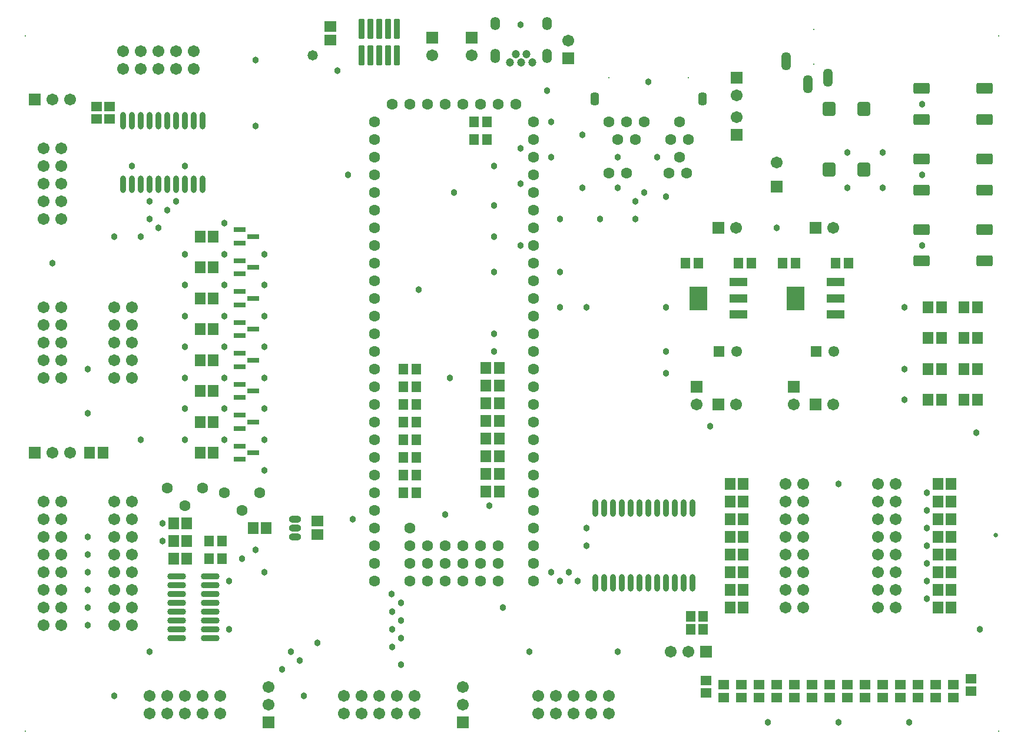
<source format=gts>
%FSLAX43Y43*%
%MOMM*%
G71*
G01*
G75*
G04 Layer_Color=8388736*
%ADD10O,0.600X2.300*%
%ADD11O,2.500X0.700*%
%ADD12R,1.400X1.200*%
%ADD13R,1.300X1.500*%
%ADD14R,1.500X0.600*%
%ADD15R,1.200X1.400*%
%ADD16R,1.400X1.500*%
%ADD17R,1.500X1.300*%
G04:AMPARAMS|DCode=18|XSize=2.1mm|YSize=1.4mm|CornerRadius=0.14mm|HoleSize=0mm|Usage=FLASHONLY|Rotation=0.000|XOffset=0mm|YOffset=0mm|HoleType=Round|Shape=RoundedRectangle|*
%AMROUNDEDRECTD18*
21,1,2.100,1.120,0,0,0.0*
21,1,1.820,1.400,0,0,0.0*
1,1,0.280,0.910,-0.560*
1,1,0.280,-0.910,-0.560*
1,1,0.280,-0.910,0.560*
1,1,0.280,0.910,0.560*
%
%ADD18ROUNDEDRECTD18*%
%ADD19R,2.400X3.300*%
%ADD20R,2.400X1.000*%
G04:AMPARAMS|DCode=21|XSize=2.7mm|YSize=0.7mm|CornerRadius=0.14mm|HoleSize=0mm|Usage=FLASHONLY|Rotation=270.000|XOffset=0mm|YOffset=0mm|HoleType=Round|Shape=RoundedRectangle|*
%AMROUNDEDRECTD21*
21,1,2.700,0.420,0,0,270.0*
21,1,2.420,0.700,0,0,270.0*
1,1,0.280,-0.210,-1.210*
1,1,0.280,-0.210,1.210*
1,1,0.280,0.210,1.210*
1,1,0.280,0.210,-1.210*
%
%ADD21ROUNDEDRECTD21*%
G04:AMPARAMS|DCode=22|XSize=1.8mm|YSize=1.6mm|CornerRadius=0.16mm|HoleSize=0mm|Usage=FLASHONLY|Rotation=90.000|XOffset=0mm|YOffset=0mm|HoleType=Round|Shape=RoundedRectangle|*
%AMROUNDEDRECTD22*
21,1,1.800,1.280,0,0,90.0*
21,1,1.480,1.600,0,0,90.0*
1,1,0.320,0.640,0.740*
1,1,0.320,0.640,-0.740*
1,1,0.320,-0.640,-0.740*
1,1,0.320,-0.640,0.740*
%
%ADD22ROUNDEDRECTD22*%
%ADD23C,0.305*%
%ADD24C,1.270*%
%ADD25C,0.635*%
%ADD26C,0.508*%
%ADD27O,1.600X0.800*%
%ADD28C,1.000*%
G04:AMPARAMS|DCode=29|XSize=1.8mm|YSize=1.2mm|CornerRadius=0.48mm|HoleSize=0mm|Usage=FLASHONLY|Rotation=270.000|XOffset=0mm|YOffset=0mm|HoleType=Round|Shape=RoundedRectangle|*
%AMROUNDEDRECTD29*
21,1,1.800,0.240,0,0,270.0*
21,1,0.840,1.200,0,0,270.0*
1,1,0.960,-0.120,-0.420*
1,1,0.960,-0.120,0.420*
1,1,0.960,0.120,0.420*
1,1,0.960,0.120,-0.420*
%
%ADD29ROUNDEDRECTD29*%
G04:AMPARAMS|DCode=30|XSize=1.6mm|YSize=1.2mm|CornerRadius=0.48mm|HoleSize=0mm|Usage=FLASHONLY|Rotation=270.000|XOffset=0mm|YOffset=0mm|HoleType=Round|Shape=RoundedRectangle|*
%AMROUNDEDRECTD30*
21,1,1.600,0.240,0,0,270.0*
21,1,0.640,1.200,0,0,270.0*
1,1,0.960,-0.120,-0.320*
1,1,0.960,-0.120,0.320*
1,1,0.960,0.120,0.320*
1,1,0.960,0.120,-0.320*
%
%ADD30ROUNDEDRECTD30*%
%ADD31R,1.500X1.500*%
%ADD32C,1.500*%
%ADD33R,1.500X1.500*%
%ADD34C,1.400*%
%ADD35C,1.350*%
%ADD36R,1.350X1.350*%
G04:AMPARAMS|DCode=37|XSize=1.6mm|YSize=1mm|CornerRadius=0.25mm|HoleSize=0mm|Usage=FLASHONLY|Rotation=270.000|XOffset=0mm|YOffset=0mm|HoleType=Round|Shape=RoundedRectangle|*
%AMROUNDEDRECTD37*
21,1,1.600,0.500,0,0,270.0*
21,1,1.100,1.000,0,0,270.0*
1,1,0.500,-0.250,-0.550*
1,1,0.500,-0.250,0.550*
1,1,0.500,0.250,0.550*
1,1,0.500,0.250,-0.550*
%
%ADD37ROUNDEDRECTD37*%
%ADD38C,1.500*%
%ADD39R,1.500X1.500*%
G04:AMPARAMS|DCode=40|XSize=2.4mm|YSize=1.2mm|CornerRadius=0.54mm|HoleSize=0mm|Usage=FLASHONLY|Rotation=270.000|XOffset=0mm|YOffset=0mm|HoleType=Round|Shape=RoundedRectangle|*
%AMROUNDEDRECTD40*
21,1,2.400,0.120,0,0,270.0*
21,1,1.320,1.200,0,0,270.0*
1,1,1.080,-0.060,-0.660*
1,1,1.080,-0.060,0.660*
1,1,1.080,0.060,0.660*
1,1,1.080,0.060,-0.660*
%
%ADD40ROUNDEDRECTD40*%
%ADD41C,0.762*%
%ADD42C,0.457*%
%ADD43C,1.270*%
%ADD44C,0.200*%
%ADD45C,0.250*%
%ADD46C,0.600*%
%ADD47C,0.100*%
%ADD48C,0.102*%
%ADD49C,0.203*%
%ADD50O,0.803X2.503*%
%ADD51O,2.703X0.903*%
%ADD52R,1.603X1.403*%
%ADD53R,1.503X1.703*%
%ADD54R,1.703X0.803*%
%ADD55R,1.403X1.603*%
%ADD56R,1.603X1.703*%
%ADD57R,1.703X1.503*%
G04:AMPARAMS|DCode=58|XSize=2.303mm|YSize=1.603mm|CornerRadius=0.242mm|HoleSize=0mm|Usage=FLASHONLY|Rotation=0.000|XOffset=0mm|YOffset=0mm|HoleType=Round|Shape=RoundedRectangle|*
%AMROUNDEDRECTD58*
21,1,2.303,1.120,0,0,0.0*
21,1,1.820,1.603,0,0,0.0*
1,1,0.483,0.910,-0.560*
1,1,0.483,-0.910,-0.560*
1,1,0.483,-0.910,0.560*
1,1,0.483,0.910,0.560*
%
%ADD58ROUNDEDRECTD58*%
%ADD59R,2.603X3.503*%
%ADD60R,2.603X1.203*%
G04:AMPARAMS|DCode=61|XSize=2.903mm|YSize=0.903mm|CornerRadius=0.242mm|HoleSize=0mm|Usage=FLASHONLY|Rotation=270.000|XOffset=0mm|YOffset=0mm|HoleType=Round|Shape=RoundedRectangle|*
%AMROUNDEDRECTD61*
21,1,2.903,0.420,0,0,270.0*
21,1,2.420,0.903,0,0,270.0*
1,1,0.483,-0.210,-1.210*
1,1,0.483,-0.210,1.210*
1,1,0.483,0.210,1.210*
1,1,0.483,0.210,-1.210*
%
%ADD61ROUNDEDRECTD61*%
G04:AMPARAMS|DCode=62|XSize=2.003mm|YSize=1.803mm|CornerRadius=0.262mm|HoleSize=0mm|Usage=FLASHONLY|Rotation=90.000|XOffset=0mm|YOffset=0mm|HoleType=Round|Shape=RoundedRectangle|*
%AMROUNDEDRECTD62*
21,1,2.003,1.280,0,0,90.0*
21,1,1.480,1.803,0,0,90.0*
1,1,0.523,0.640,0.740*
1,1,0.523,0.640,-0.740*
1,1,0.523,-0.640,-0.740*
1,1,0.523,-0.640,0.740*
%
%ADD62ROUNDEDRECTD62*%
%ADD63O,1.803X1.003*%
%ADD64C,1.203*%
G04:AMPARAMS|DCode=65|XSize=2.003mm|YSize=1.403mm|CornerRadius=0.582mm|HoleSize=0mm|Usage=FLASHONLY|Rotation=270.000|XOffset=0mm|YOffset=0mm|HoleType=Round|Shape=RoundedRectangle|*
%AMROUNDEDRECTD65*
21,1,2.003,0.240,0,0,270.0*
21,1,0.840,1.403,0,0,270.0*
1,1,1.163,-0.120,-0.420*
1,1,1.163,-0.120,0.420*
1,1,1.163,0.120,0.420*
1,1,1.163,0.120,-0.420*
%
%ADD65ROUNDEDRECTD65*%
G04:AMPARAMS|DCode=66|XSize=1.803mm|YSize=1.403mm|CornerRadius=0.582mm|HoleSize=0mm|Usage=FLASHONLY|Rotation=270.000|XOffset=0mm|YOffset=0mm|HoleType=Round|Shape=RoundedRectangle|*
%AMROUNDEDRECTD66*
21,1,1.803,0.240,0,0,270.0*
21,1,0.640,1.403,0,0,270.0*
1,1,1.163,-0.120,-0.320*
1,1,1.163,-0.120,0.320*
1,1,1.163,0.120,0.320*
1,1,1.163,0.120,-0.320*
%
%ADD66ROUNDEDRECTD66*%
%ADD67C,0.203*%
%ADD68R,1.703X1.703*%
%ADD69C,1.703*%
%ADD70R,1.703X1.703*%
%ADD71C,1.603*%
%ADD72C,1.553*%
%ADD73R,1.553X1.553*%
G04:AMPARAMS|DCode=74|XSize=1.803mm|YSize=1.203mm|CornerRadius=0.352mm|HoleSize=0mm|Usage=FLASHONLY|Rotation=270.000|XOffset=0mm|YOffset=0mm|HoleType=Round|Shape=RoundedRectangle|*
%AMROUNDEDRECTD74*
21,1,1.803,0.500,0,0,270.0*
21,1,1.100,1.203,0,0,270.0*
1,1,0.703,-0.250,-0.550*
1,1,0.703,-0.250,0.550*
1,1,0.703,0.250,0.550*
1,1,0.703,0.250,-0.550*
%
%ADD74ROUNDEDRECTD74*%
G04:AMPARAMS|DCode=75|XSize=0.203mm|YSize=0.203mm|CornerRadius=0mm|HoleSize=0mm|Usage=FLASHONLY|Rotation=90.000|XOffset=0mm|YOffset=0mm|HoleType=Round|Shape=RoundedRectangle|*
%AMROUNDEDRECTD75*
21,1,0.203,0.203,0,0,90.0*
21,1,0.203,0.203,0,0,90.0*
1,1,0.000,0.102,0.102*
1,1,0.000,0.102,-0.102*
1,1,0.000,-0.102,-0.102*
1,1,0.000,-0.102,0.102*
%
%ADD75ROUNDEDRECTD75*%
%ADD76C,1.703*%
%ADD77R,1.703X1.703*%
G04:AMPARAMS|DCode=78|XSize=2.603mm|YSize=1.403mm|CornerRadius=0.642mm|HoleSize=0mm|Usage=FLASHONLY|Rotation=270.000|XOffset=0mm|YOffset=0mm|HoleType=Round|Shape=RoundedRectangle|*
%AMROUNDEDRECTD78*
21,1,2.603,0.120,0,0,270.0*
21,1,1.320,1.403,0,0,270.0*
1,1,1.283,-0.060,-0.660*
1,1,1.283,-0.060,0.660*
1,1,1.283,0.060,0.660*
1,1,1.283,0.060,-0.660*
%
%ADD78ROUNDEDRECTD78*%
%ADD79C,0.965*%
%ADD80C,0.660*%
%ADD81C,1.473*%
D50*
X100980Y37100D02*
D03*
X99710D02*
D03*
X98440D02*
D03*
X97170D02*
D03*
X95900D02*
D03*
X94630D02*
D03*
X93360D02*
D03*
X92090D02*
D03*
X90820D02*
D03*
X89550D02*
D03*
X88280D02*
D03*
X87010D02*
D03*
X100980Y26400D02*
D03*
X99710D02*
D03*
X98440D02*
D03*
X97170D02*
D03*
X95900D02*
D03*
X94630D02*
D03*
X93360D02*
D03*
X92090D02*
D03*
X90820D02*
D03*
X89550D02*
D03*
X88280D02*
D03*
X87010D02*
D03*
X30480Y92815D02*
D03*
X29210D02*
D03*
X27940D02*
D03*
X26670D02*
D03*
X25400D02*
D03*
X24130D02*
D03*
X22860D02*
D03*
X21590D02*
D03*
X20320D02*
D03*
X19050D02*
D03*
X30480Y83715D02*
D03*
X29210D02*
D03*
X27940D02*
D03*
X26670D02*
D03*
X25400D02*
D03*
X24130D02*
D03*
X22860D02*
D03*
X21590D02*
D03*
X20320D02*
D03*
X19050D02*
D03*
D51*
X26760Y27305D02*
D03*
Y26035D02*
D03*
Y24765D02*
D03*
Y23495D02*
D03*
Y22225D02*
D03*
Y20955D02*
D03*
Y19685D02*
D03*
Y18415D02*
D03*
X31660Y27305D02*
D03*
Y26035D02*
D03*
Y24765D02*
D03*
Y23495D02*
D03*
Y22225D02*
D03*
Y20955D02*
D03*
Y19685D02*
D03*
Y18415D02*
D03*
D52*
X17145Y94880D02*
D03*
Y93080D02*
D03*
X15240Y94880D02*
D03*
Y93080D02*
D03*
X102870Y12330D02*
D03*
Y10530D02*
D03*
X105410Y11695D02*
D03*
Y9895D02*
D03*
X107965Y11695D02*
D03*
Y9895D02*
D03*
X110505Y11695D02*
D03*
Y9895D02*
D03*
X113045Y11695D02*
D03*
Y9895D02*
D03*
X115585Y11695D02*
D03*
Y9895D02*
D03*
X118125Y11695D02*
D03*
Y9895D02*
D03*
X120665Y11695D02*
D03*
Y9895D02*
D03*
X140985Y12595D02*
D03*
Y10795D02*
D03*
X138445Y11695D02*
D03*
Y9895D02*
D03*
X135905Y11695D02*
D03*
Y9895D02*
D03*
X133365Y11695D02*
D03*
Y9895D02*
D03*
X130825Y11695D02*
D03*
Y9895D02*
D03*
X128285Y11695D02*
D03*
Y9895D02*
D03*
X125745Y11695D02*
D03*
Y9895D02*
D03*
X123205Y11695D02*
D03*
Y9895D02*
D03*
D53*
X32065Y49530D02*
D03*
X30165D02*
D03*
X32065Y53975D02*
D03*
X30165D02*
D03*
X32065Y58420D02*
D03*
X30165D02*
D03*
X32065Y62865D02*
D03*
X30165D02*
D03*
X32065Y67310D02*
D03*
X30165D02*
D03*
X32065Y71755D02*
D03*
X30165D02*
D03*
X32065Y76200D02*
D03*
X30165D02*
D03*
X108280Y22860D02*
D03*
X106380D02*
D03*
X108280Y25400D02*
D03*
X106380D02*
D03*
X108280Y27940D02*
D03*
X106380D02*
D03*
X108280Y30480D02*
D03*
X106380D02*
D03*
X108280Y33020D02*
D03*
X106380D02*
D03*
X108280Y35560D02*
D03*
X106380D02*
D03*
X108280Y38100D02*
D03*
X106380D02*
D03*
X108280Y40640D02*
D03*
X106380D02*
D03*
X136225Y22860D02*
D03*
X138125D02*
D03*
X136225Y25400D02*
D03*
X138125D02*
D03*
X136225Y27940D02*
D03*
X138125D02*
D03*
X136225Y30480D02*
D03*
X138125D02*
D03*
X136225Y33020D02*
D03*
X138125D02*
D03*
X136225Y35560D02*
D03*
X138125D02*
D03*
X136225Y38100D02*
D03*
X138125D02*
D03*
X136225Y40640D02*
D03*
X138125D02*
D03*
X73165Y57245D02*
D03*
X71265D02*
D03*
X73165Y54705D02*
D03*
X71265D02*
D03*
X73165Y52165D02*
D03*
X71265D02*
D03*
X73165Y49625D02*
D03*
X71265D02*
D03*
X73165Y47085D02*
D03*
X71265D02*
D03*
X73165Y42005D02*
D03*
X71265D02*
D03*
X73165Y44545D02*
D03*
X71265D02*
D03*
X73165Y39465D02*
D03*
X71265D02*
D03*
X134860Y57150D02*
D03*
X136760D02*
D03*
X134860Y52705D02*
D03*
X136760D02*
D03*
X134860Y66040D02*
D03*
X136760D02*
D03*
X39685Y34290D02*
D03*
X37785D02*
D03*
X134860Y61595D02*
D03*
X136760D02*
D03*
X26355Y29845D02*
D03*
X28255D02*
D03*
X16190Y45085D02*
D03*
X14290D02*
D03*
X26355Y32385D02*
D03*
X28255D02*
D03*
X26355Y34925D02*
D03*
X28255D02*
D03*
X32065Y45085D02*
D03*
X30165D02*
D03*
D54*
X37780Y49530D02*
D03*
X35880Y48580D02*
D03*
Y50480D02*
D03*
X37780Y53975D02*
D03*
X35880Y53025D02*
D03*
Y54925D02*
D03*
X37780Y58420D02*
D03*
X35880Y57470D02*
D03*
Y59370D02*
D03*
X37780Y62865D02*
D03*
X35880Y61915D02*
D03*
Y63815D02*
D03*
X37780Y67310D02*
D03*
X35880Y66360D02*
D03*
Y68260D02*
D03*
X37780Y71755D02*
D03*
X35880Y70805D02*
D03*
Y72705D02*
D03*
X37780Y76200D02*
D03*
X35880Y75250D02*
D03*
Y77150D02*
D03*
X37780Y45085D02*
D03*
X35880Y44135D02*
D03*
Y46035D02*
D03*
D55*
X59425Y52070D02*
D03*
X61225D02*
D03*
X71385Y92710D02*
D03*
X69585D02*
D03*
X69585Y90170D02*
D03*
X71385D02*
D03*
X109405Y72390D02*
D03*
X107605D02*
D03*
X99985Y72390D02*
D03*
X101785D02*
D03*
X100700Y21590D02*
D03*
X102500D02*
D03*
X102500Y19685D02*
D03*
X100700D02*
D03*
X123375Y72390D02*
D03*
X121575D02*
D03*
X113955Y72390D02*
D03*
X115755D02*
D03*
X33285Y29845D02*
D03*
X31485D02*
D03*
X33285Y32385D02*
D03*
X31485D02*
D03*
X59425Y57150D02*
D03*
X61225D02*
D03*
X59425Y54610D02*
D03*
X61225D02*
D03*
X59425Y49530D02*
D03*
X61225D02*
D03*
X59425Y46990D02*
D03*
X61225D02*
D03*
X59425Y44450D02*
D03*
X61225D02*
D03*
X59425Y41910D02*
D03*
X61225D02*
D03*
X59425Y39370D02*
D03*
X61225D02*
D03*
D56*
X139970Y52705D02*
D03*
X141970D02*
D03*
X139970Y66040D02*
D03*
X141970D02*
D03*
X139970Y61595D02*
D03*
X141970D02*
D03*
X139970Y57150D02*
D03*
X141970D02*
D03*
D57*
X46990Y35240D02*
D03*
Y33340D02*
D03*
X48895Y106360D02*
D03*
Y104460D02*
D03*
D58*
X133880Y87340D02*
D03*
X142980D02*
D03*
X133880Y82840D02*
D03*
X142980D02*
D03*
X133880Y77180D02*
D03*
X142980D02*
D03*
X133880Y72680D02*
D03*
X142980D02*
D03*
X133880Y97500D02*
D03*
X142980D02*
D03*
X133880Y93000D02*
D03*
X142980D02*
D03*
D59*
X115765Y67310D02*
D03*
X101795D02*
D03*
D60*
X121565Y65010D02*
D03*
Y69610D02*
D03*
Y67310D02*
D03*
X107595Y69610D02*
D03*
Y65010D02*
D03*
Y67310D02*
D03*
D61*
X58420Y106045D02*
D03*
Y102235D02*
D03*
X57150Y106045D02*
D03*
Y102235D02*
D03*
X55880Y106045D02*
D03*
Y102235D02*
D03*
X54610Y106045D02*
D03*
Y102235D02*
D03*
X53340Y106045D02*
D03*
Y102235D02*
D03*
D62*
X120610Y94570D02*
D03*
X125610D02*
D03*
X120610Y85770D02*
D03*
X125610D02*
D03*
D63*
X43815Y33020D02*
D03*
Y34290D02*
D03*
Y35560D02*
D03*
D64*
X77927Y101219D02*
D03*
X77127Y102419D02*
D03*
X76327Y101219D02*
D03*
X75527Y102419D02*
D03*
X74727Y101219D02*
D03*
D65*
X72602Y102119D02*
D03*
X80052D02*
D03*
D66*
X72602Y106769D02*
D03*
X80052D02*
D03*
D67*
X145000Y5000D02*
D03*
Y105000D02*
D03*
X5000D02*
D03*
Y5000D02*
D03*
X118430Y106000D02*
D03*
Y101000D02*
D03*
D68*
X40005Y6350D02*
D03*
X67945D02*
D03*
X101520Y54610D02*
D03*
X115490D02*
D03*
X107315Y99060D02*
D03*
Y90805D02*
D03*
X83058Y101854D02*
D03*
X69215Y104775D02*
D03*
X63500D02*
D03*
D69*
X40005Y8890D02*
D03*
Y11430D02*
D03*
X67945Y8890D02*
D03*
Y11430D02*
D03*
X107235Y77470D02*
D03*
X101520Y52070D02*
D03*
X121205Y77470D02*
D03*
X115490Y52070D02*
D03*
X100330Y16510D02*
D03*
X97790D02*
D03*
X8890Y45085D02*
D03*
X11430D02*
D03*
X29210Y100330D02*
D03*
X26670D02*
D03*
X24130D02*
D03*
X21590D02*
D03*
X19050D02*
D03*
X29210Y102870D02*
D03*
X26670D02*
D03*
X24130D02*
D03*
X21590D02*
D03*
X19050D02*
D03*
X7620Y78740D02*
D03*
Y81280D02*
D03*
Y83820D02*
D03*
Y86360D02*
D03*
Y88900D02*
D03*
X10160Y78740D02*
D03*
Y81280D02*
D03*
Y83820D02*
D03*
Y86360D02*
D03*
Y88900D02*
D03*
X7620Y66040D02*
D03*
X10160D02*
D03*
X7620Y63500D02*
D03*
X10160D02*
D03*
X7620Y60960D02*
D03*
X10160D02*
D03*
X7620Y58420D02*
D03*
X10160D02*
D03*
X7620Y55880D02*
D03*
X10160D02*
D03*
X22860Y7620D02*
D03*
Y10160D02*
D03*
X25400Y7620D02*
D03*
Y10160D02*
D03*
X27940Y7620D02*
D03*
Y10160D02*
D03*
X30480Y7620D02*
D03*
Y10160D02*
D03*
X33020Y7620D02*
D03*
Y10160D02*
D03*
X17780Y66040D02*
D03*
X20320D02*
D03*
X17780Y63500D02*
D03*
X20320D02*
D03*
X17780Y60960D02*
D03*
X20320D02*
D03*
X17780Y58420D02*
D03*
X20320D02*
D03*
X17780Y55880D02*
D03*
X20320D02*
D03*
X50800Y7620D02*
D03*
Y10160D02*
D03*
X53340Y7620D02*
D03*
Y10160D02*
D03*
X55880Y7620D02*
D03*
Y10160D02*
D03*
X58420Y7620D02*
D03*
Y10160D02*
D03*
X60960Y7620D02*
D03*
Y10160D02*
D03*
X121205Y52070D02*
D03*
X17780Y30480D02*
D03*
X20320D02*
D03*
X17780Y27940D02*
D03*
X20320D02*
D03*
X17780Y25400D02*
D03*
X20320D02*
D03*
X17780Y22860D02*
D03*
X20320D02*
D03*
X17780Y20320D02*
D03*
X20320D02*
D03*
Y33020D02*
D03*
X17780D02*
D03*
X20320Y35560D02*
D03*
X17780D02*
D03*
Y38100D02*
D03*
X20320D02*
D03*
X116855Y30480D02*
D03*
X114315D02*
D03*
X116855Y33020D02*
D03*
X114315D02*
D03*
X116855Y35560D02*
D03*
X114315D02*
D03*
X116855Y38100D02*
D03*
X114315D02*
D03*
X116855Y40640D02*
D03*
X114315D02*
D03*
Y27940D02*
D03*
X116855D02*
D03*
X114315Y25400D02*
D03*
X116855D02*
D03*
Y22860D02*
D03*
X114315D02*
D03*
X7620Y30480D02*
D03*
X10160D02*
D03*
X7620Y27940D02*
D03*
X10160D02*
D03*
X7620Y25400D02*
D03*
X10160D02*
D03*
X7620Y22860D02*
D03*
X10160D02*
D03*
X7620Y20320D02*
D03*
X10160D02*
D03*
Y33020D02*
D03*
X7620D02*
D03*
X10160Y35560D02*
D03*
X7620D02*
D03*
Y38100D02*
D03*
X10160D02*
D03*
X107315Y96520D02*
D03*
Y93345D02*
D03*
X83058Y104394D02*
D03*
X69215Y102235D02*
D03*
X63500D02*
D03*
X8890Y95885D02*
D03*
X11430D02*
D03*
X88900Y10160D02*
D03*
Y7620D02*
D03*
X86360Y10160D02*
D03*
Y7620D02*
D03*
X83820Y10160D02*
D03*
Y7620D02*
D03*
X81280Y10160D02*
D03*
Y7620D02*
D03*
X78740Y10160D02*
D03*
Y7620D02*
D03*
X107235Y52070D02*
D03*
X130190Y30480D02*
D03*
X127650D02*
D03*
X130190Y33020D02*
D03*
X127650D02*
D03*
X130190Y35560D02*
D03*
X127650D02*
D03*
X130190Y38100D02*
D03*
X127650D02*
D03*
X130190Y40640D02*
D03*
X127650D02*
D03*
Y27940D02*
D03*
X130190D02*
D03*
X127650Y25400D02*
D03*
X130190D02*
D03*
Y22860D02*
D03*
X127650D02*
D03*
D70*
X104695Y77470D02*
D03*
X118665D02*
D03*
X102870Y16510D02*
D03*
X6350Y45085D02*
D03*
X118665Y52070D02*
D03*
X6350Y95885D02*
D03*
X104695Y52070D02*
D03*
D71*
X38735Y39370D02*
D03*
X36195Y36830D02*
D03*
X33655Y39370D02*
D03*
X97536Y85344D02*
D03*
X100076D02*
D03*
X91440D02*
D03*
X88900D02*
D03*
X99060Y87630D02*
D03*
X100330Y90170D02*
D03*
X99060Y92710D02*
D03*
X97790Y90170D02*
D03*
X93980Y92710D02*
D03*
X92710Y90170D02*
D03*
X91440Y92710D02*
D03*
X90170Y90170D02*
D03*
X88900Y92710D02*
D03*
X57785Y95250D02*
D03*
X60325D02*
D03*
X62865D02*
D03*
X65405D02*
D03*
X67945D02*
D03*
X70485D02*
D03*
X73025D02*
D03*
X75565D02*
D03*
X60325Y34290D02*
D03*
Y31750D02*
D03*
Y29210D02*
D03*
Y26670D02*
D03*
X62865Y31750D02*
D03*
Y29210D02*
D03*
Y26670D02*
D03*
X65405Y31750D02*
D03*
Y29210D02*
D03*
Y26670D02*
D03*
X67945Y31750D02*
D03*
Y29210D02*
D03*
Y26670D02*
D03*
X70485Y31750D02*
D03*
Y29210D02*
D03*
Y26670D02*
D03*
X73025Y31750D02*
D03*
Y29210D02*
D03*
Y26670D02*
D03*
X78105D02*
D03*
Y29210D02*
D03*
Y31750D02*
D03*
Y34290D02*
D03*
Y36830D02*
D03*
Y39370D02*
D03*
Y41910D02*
D03*
Y44450D02*
D03*
Y46990D02*
D03*
Y49530D02*
D03*
Y52070D02*
D03*
Y54610D02*
D03*
Y57150D02*
D03*
Y59690D02*
D03*
Y62230D02*
D03*
Y64770D02*
D03*
Y67310D02*
D03*
Y69850D02*
D03*
Y72390D02*
D03*
Y74930D02*
D03*
Y77470D02*
D03*
Y80010D02*
D03*
Y82550D02*
D03*
Y85090D02*
D03*
Y87630D02*
D03*
Y90170D02*
D03*
Y92710D02*
D03*
X55245Y26670D02*
D03*
Y29210D02*
D03*
Y31750D02*
D03*
Y36830D02*
D03*
Y34290D02*
D03*
Y39370D02*
D03*
Y41910D02*
D03*
Y44450D02*
D03*
Y46990D02*
D03*
Y49530D02*
D03*
Y52070D02*
D03*
Y54610D02*
D03*
Y57150D02*
D03*
Y59690D02*
D03*
Y62230D02*
D03*
Y64770D02*
D03*
Y67310D02*
D03*
Y69850D02*
D03*
Y72390D02*
D03*
Y74930D02*
D03*
Y77470D02*
D03*
Y80010D02*
D03*
Y82550D02*
D03*
Y85090D02*
D03*
Y87630D02*
D03*
Y90170D02*
D03*
Y92710D02*
D03*
X30480Y40005D02*
D03*
X27940Y37465D02*
D03*
X25400Y40005D02*
D03*
D72*
X121265Y59690D02*
D03*
X107295D02*
D03*
D73*
X118765D02*
D03*
X104795D02*
D03*
D74*
X102362Y96012D02*
D03*
X86868D02*
D03*
D75*
X88900Y99060D02*
D03*
X100330D02*
D03*
D76*
X113030Y86840D02*
D03*
D77*
Y83340D02*
D03*
D78*
X117530Y98100D02*
D03*
X114430Y101400D02*
D03*
X120430Y99000D02*
D03*
D79*
X97155Y59690D02*
D03*
X141732Y48006D02*
D03*
X103505Y48895D02*
D03*
X121920Y40640D02*
D03*
X72390Y59690D02*
D03*
Y62230D02*
D03*
X22860Y16510D02*
D03*
X142240Y19685D02*
D03*
X81915Y66040D02*
D03*
X61595Y68580D02*
D03*
X51435Y85090D02*
D03*
X85725Y31750D02*
D03*
X39370Y27940D02*
D03*
X90170Y16510D02*
D03*
X77470D02*
D03*
X21590Y76200D02*
D03*
X17780D02*
D03*
X21590Y46990D02*
D03*
X13970Y50800D02*
D03*
Y57150D02*
D03*
X111760Y6350D02*
D03*
X132080D02*
D03*
X121920D02*
D03*
X97155Y56515D02*
D03*
Y66040D02*
D03*
X8890Y72390D02*
D03*
X38100Y92075D02*
D03*
X65405Y36195D02*
D03*
X66040Y55880D02*
D03*
X27940D02*
D03*
Y46990D02*
D03*
Y51435D02*
D03*
Y60325D02*
D03*
Y64770D02*
D03*
Y69215D02*
D03*
Y73660D02*
D03*
X39370Y42545D02*
D03*
Y46990D02*
D03*
Y51435D02*
D03*
Y55880D02*
D03*
Y60325D02*
D03*
Y64770D02*
D03*
Y69215D02*
D03*
Y73660D02*
D03*
X36195Y29845D02*
D03*
X38100Y31115D02*
D03*
X134620Y39370D02*
D03*
Y24130D02*
D03*
Y26670D02*
D03*
Y29210D02*
D03*
Y31750D02*
D03*
Y34290D02*
D03*
Y36830D02*
D03*
X24765Y34925D02*
D03*
Y32385D02*
D03*
X71755Y37465D02*
D03*
X85725Y34290D02*
D03*
X22860Y78740D02*
D03*
X33655Y46990D02*
D03*
Y51435D02*
D03*
Y55880D02*
D03*
Y60325D02*
D03*
Y64770D02*
D03*
Y69215D02*
D03*
Y73660D02*
D03*
Y78105D02*
D03*
X24130Y77470D02*
D03*
X26670Y81280D02*
D03*
X52070Y35560D02*
D03*
X59055Y14605D02*
D03*
X73660Y22860D02*
D03*
X59055Y18415D02*
D03*
Y20955D02*
D03*
X57785Y22225D02*
D03*
Y17145D02*
D03*
X44450Y15240D02*
D03*
X43180Y16510D02*
D03*
X41910Y13970D02*
D03*
X84455Y26670D02*
D03*
X83185Y27940D02*
D03*
X81915Y26670D02*
D03*
X22860Y81280D02*
D03*
X25400Y80010D02*
D03*
X20320Y86360D02*
D03*
X46990Y17780D02*
D03*
X85725Y66040D02*
D03*
X131445Y52705D02*
D03*
X57705Y24765D02*
D03*
X133985Y85090D02*
D03*
Y95250D02*
D03*
X131445Y57150D02*
D03*
X133985Y74930D02*
D03*
X131445Y66040D02*
D03*
X59055Y23495D02*
D03*
X80645Y92710D02*
D03*
X66675Y82550D02*
D03*
X57785Y19685D02*
D03*
X80645Y27940D02*
D03*
X93980Y82550D02*
D03*
X92710Y81280D02*
D03*
X27940Y86360D02*
D03*
X80010Y97155D02*
D03*
X85090Y90805D02*
D03*
X94615Y98425D02*
D03*
X85090Y83185D02*
D03*
X90170D02*
D03*
X81915Y78740D02*
D03*
X92710D02*
D03*
X123190Y83185D02*
D03*
X97155Y81915D02*
D03*
X95885Y87630D02*
D03*
X90170D02*
D03*
X81915Y71120D02*
D03*
X76200Y88900D02*
D03*
X72390Y80645D02*
D03*
X76200Y74930D02*
D03*
X72390Y76200D02*
D03*
Y71120D02*
D03*
X80645Y87630D02*
D03*
X76200Y83820D02*
D03*
X72390Y86360D02*
D03*
X76200Y106680D02*
D03*
X49911Y100076D02*
D03*
X38100Y101600D02*
D03*
X13970Y27940D02*
D03*
Y25400D02*
D03*
Y22860D02*
D03*
Y20320D02*
D03*
X34290Y26670D02*
D03*
Y19685D02*
D03*
X87630Y78740D02*
D03*
X45085Y10160D02*
D03*
X17780D02*
D03*
X123190Y88265D02*
D03*
X128270D02*
D03*
Y83185D02*
D03*
X113030Y77470D02*
D03*
X13970Y30480D02*
D03*
Y33020D02*
D03*
D80*
X144526Y33274D02*
D03*
D81*
X46355Y102235D02*
D03*
M02*

</source>
